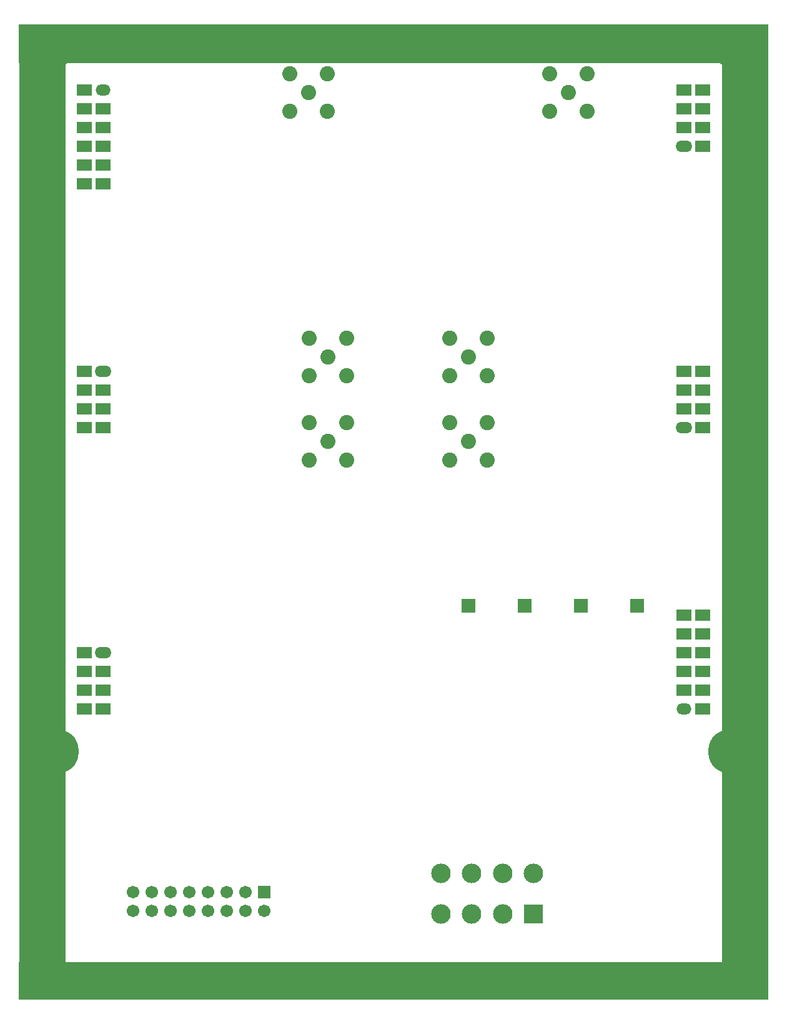
<source format=gbs>
G04 Layer_Color=16711935*
%FSLAX44Y44*%
%MOMM*%
G71*
G01*
G75*
%ADD72C,2.0516*%
%ADD73C,1.7016*%
%ADD74R,1.7016X1.7016*%
%ADD75C,6.1000*%
%ADD76C,5.1000*%
%ADD77C,2.6416*%
%ADD78R,2.6416X2.6416*%
%ADD79R,1.8796X1.8796*%
%ADD80R,2.0066X1.5240*%
%ADD81O,2.2606X1.5240*%
%ADD82O,2.0066X1.5240*%
%ADD83C,0.0000*%
%ADD84R,101.6000X5.2800*%
%ADD85R,6.3500X127.0000*%
%ADD86R,101.6000X5.0800*%
%ADD87R,6.3500X132.0800*%
D72*
X625000Y771750D02*
D03*
X574200D02*
D03*
Y720950D02*
D03*
X625000D02*
D03*
X599600Y746350D02*
D03*
X434500Y771750D02*
D03*
X383700D02*
D03*
Y720950D02*
D03*
X434500D02*
D03*
X409100Y746350D02*
D03*
X625000Y886050D02*
D03*
X574200D02*
D03*
Y835250D02*
D03*
X625000D02*
D03*
X599600Y860650D02*
D03*
X434500Y886050D02*
D03*
X383700D02*
D03*
Y835250D02*
D03*
X434500D02*
D03*
X409100Y860650D02*
D03*
X760517Y1244913D02*
D03*
X709717D02*
D03*
Y1194113D02*
D03*
X760517D02*
D03*
X735117Y1219513D02*
D03*
X408417Y1244913D02*
D03*
X357617D02*
D03*
Y1194113D02*
D03*
X408417D02*
D03*
X383017Y1219513D02*
D03*
D73*
X145000Y110700D02*
D03*
Y136100D02*
D03*
X170400Y110700D02*
D03*
Y136100D02*
D03*
X195800Y110700D02*
D03*
Y136100D02*
D03*
X221200Y110700D02*
D03*
Y136100D02*
D03*
X246600Y110700D02*
D03*
Y136100D02*
D03*
X272000Y110700D02*
D03*
Y136100D02*
D03*
X297400D02*
D03*
X322800Y110700D02*
D03*
X297400D02*
D03*
D74*
X322800Y136100D02*
D03*
D75*
X40800Y327200D02*
D03*
X955200D02*
D03*
D76*
Y1279700D02*
D03*
X40800D02*
D03*
D77*
X646000Y106710D02*
D03*
X604000D02*
D03*
X562000D02*
D03*
X688000Y161710D02*
D03*
X646000D02*
D03*
X604000D02*
D03*
X562000D02*
D03*
D78*
X688000Y106710D02*
D03*
D79*
X828200Y524100D02*
D03*
X675800D02*
D03*
X752000D02*
D03*
X599600D02*
D03*
D80*
X917100Y1146400D02*
D03*
Y1222600D02*
D03*
Y1197200D02*
D03*
X891700D02*
D03*
X917100Y1171800D02*
D03*
X891700D02*
D03*
Y1222600D02*
D03*
Y841600D02*
D03*
Y790800D02*
D03*
X917100D02*
D03*
X891700Y816200D02*
D03*
X917100D02*
D03*
Y841600D02*
D03*
Y765400D02*
D03*
X78900Y841600D02*
D03*
Y765400D02*
D03*
Y790800D02*
D03*
X104300D02*
D03*
X78900Y816200D02*
D03*
X104300D02*
D03*
Y765400D02*
D03*
Y384400D02*
D03*
Y435200D02*
D03*
X78900D02*
D03*
X104300Y409800D02*
D03*
X78900D02*
D03*
Y384400D02*
D03*
Y460600D02*
D03*
X891700Y511400D02*
D03*
X917100D02*
D03*
Y486000D02*
D03*
X891700D02*
D03*
X917100Y460600D02*
D03*
X891700D02*
D03*
X917100Y435200D02*
D03*
X891700D02*
D03*
X917100Y409800D02*
D03*
X891700D02*
D03*
X917100Y384400D02*
D03*
X78900Y1222600D02*
D03*
X104300Y1197200D02*
D03*
X78900D02*
D03*
X104300Y1171800D02*
D03*
X78900D02*
D03*
X104300Y1146400D02*
D03*
X78900D02*
D03*
X104300Y1121000D02*
D03*
X78900D02*
D03*
Y1095600D02*
D03*
X104300D02*
D03*
D81*
X891700Y1146400D02*
D03*
Y765400D02*
D03*
X104300Y841600D02*
D03*
Y460600D02*
D03*
D82*
X891700Y384400D02*
D03*
X104300Y1222600D02*
D03*
D83*
X333000Y622000D02*
D03*
Y637000D02*
D03*
X230000Y752000D02*
D03*
Y727000D02*
D03*
Y702000D02*
D03*
Y682000D02*
D03*
X205000D02*
D03*
Y702000D02*
D03*
Y727000D02*
D03*
Y752000D02*
D03*
X155000Y612000D02*
D03*
X135000Y597000D02*
D03*
Y612000D02*
D03*
Y627000D02*
D03*
Y643000D02*
D03*
Y657000D02*
D03*
Y672000D02*
D03*
Y687000D02*
D03*
Y702000D02*
D03*
X655000Y977000D02*
D03*
X935000Y1207000D02*
D03*
Y1192000D02*
D03*
Y1177000D02*
D03*
Y1162000D02*
D03*
Y1147000D02*
D03*
X870000Y1207000D02*
D03*
X855000D02*
D03*
X840000D02*
D03*
X825000D02*
D03*
X810000D02*
D03*
X790000Y1197000D02*
D03*
X780000Y1187000D02*
D03*
X610000Y1217000D02*
D03*
X640000D02*
D03*
X670000Y1212000D02*
D03*
X675000Y1202000D02*
D03*
X685000Y1192000D02*
D03*
X660000D02*
D03*
X615000Y1187000D02*
D03*
X605000Y1192000D02*
D03*
X595000Y1187000D02*
D03*
X585000Y1192000D02*
D03*
X575000Y1187000D02*
D03*
X565000Y1192000D02*
D03*
X554000Y1187000D02*
D03*
X544000Y1192000D02*
D03*
X535000Y1187000D02*
D03*
X525000Y1192000D02*
D03*
X515000Y1187000D02*
D03*
X505000Y1192000D02*
D03*
X520000Y1217000D02*
D03*
X550000D02*
D03*
X580000D02*
D03*
X485000Y1207000D02*
D03*
X480000Y1192000D02*
D03*
Y1177000D02*
D03*
X525000Y1162000D02*
D03*
X500000D02*
D03*
X485000Y1167000D02*
D03*
X395000Y1182000D02*
D03*
X370000D02*
D03*
X365000Y1167000D02*
D03*
X368000Y838000D02*
D03*
X358000Y828000D02*
D03*
X348000Y818000D02*
D03*
X308000Y863000D02*
D03*
Y878000D02*
D03*
X348000Y853000D02*
D03*
X253000Y933000D02*
D03*
X283000Y908000D02*
D03*
X208000Y898000D02*
D03*
X228000Y868000D02*
D03*
Y883000D02*
D03*
X208000D02*
D03*
Y868000D02*
D03*
Y853000D02*
D03*
X218000Y788000D02*
D03*
X233000D02*
D03*
Y768000D02*
D03*
X218000D02*
D03*
X203000D02*
D03*
X138000Y818000D02*
D03*
Y803000D02*
D03*
Y788000D02*
D03*
X565000Y1279750D02*
D03*
X533250D02*
D03*
X501500D02*
D03*
X469750D02*
D03*
X533250Y1216250D02*
D03*
X501500D02*
D03*
X469750D02*
D03*
Y1184500D02*
D03*
X565000Y1216250D02*
D03*
Y1248000D02*
D03*
X533250D02*
D03*
X501500D02*
D03*
X469750D02*
D03*
X618650Y974950D02*
D03*
Y962250D02*
D03*
X605950Y949550D02*
D03*
X593250Y943200D02*
D03*
X599600Y917800D02*
D03*
X586900D02*
D03*
X113000Y703000D02*
D03*
X108000Y728000D02*
D03*
X218000Y548000D02*
D03*
X143000Y573000D02*
D03*
X127000D02*
D03*
X108000Y588000D02*
D03*
Y633000D02*
D03*
Y678000D02*
D03*
X123000Y713000D02*
D03*
X143000Y733000D02*
D03*
X133000Y723000D02*
D03*
X98000Y718000D02*
D03*
X108000Y693000D02*
D03*
X83000D02*
D03*
Y678000D02*
D03*
Y648000D02*
D03*
X203000Y548000D02*
D03*
X286900Y514000D02*
D03*
X188000Y548000D02*
D03*
X254600Y523800D02*
D03*
X307500Y638400D02*
D03*
Y651100D02*
D03*
Y663800D02*
D03*
Y676500D02*
D03*
Y689200D02*
D03*
Y701900D02*
D03*
X294800Y816200D02*
D03*
Y803500D02*
D03*
Y790800D02*
D03*
X307500D02*
D03*
X294800Y841600D02*
D03*
Y854300D02*
D03*
Y867000D02*
D03*
Y879700D02*
D03*
Y892400D02*
D03*
Y905100D02*
D03*
Y917800D02*
D03*
Y930500D02*
D03*
Y943200D02*
D03*
Y955900D02*
D03*
Y968600D02*
D03*
X313850Y924150D02*
D03*
X326550Y936850D02*
D03*
X339250Y949550D02*
D03*
X529750Y1013050D02*
D03*
X498000D02*
D03*
X466250D02*
D03*
X498000Y981300D02*
D03*
X466250D02*
D03*
Y1076550D02*
D03*
X498000D02*
D03*
X529750D02*
D03*
Y1108300D02*
D03*
X498000D02*
D03*
X466250D02*
D03*
X491650Y1152750D02*
D03*
X542450Y1127350D02*
D03*
X555150Y1152750D02*
D03*
X542450D02*
D03*
X529750D02*
D03*
X517050D02*
D03*
X504350D02*
D03*
X478950D02*
D03*
X466250D02*
D03*
X453550D02*
D03*
Y1127350D02*
D03*
X466250D02*
D03*
X478950D02*
D03*
X491650D02*
D03*
X504350D02*
D03*
X517050D02*
D03*
X529750D02*
D03*
X555150D02*
D03*
X567850Y1114650D02*
D03*
X555150D02*
D03*
Y1101950D02*
D03*
Y1089250D02*
D03*
Y1076550D02*
D03*
Y1063850D02*
D03*
Y1019400D02*
D03*
Y1006700D02*
D03*
Y994000D02*
D03*
X561500Y1044800D02*
D03*
X548800D02*
D03*
X536100D02*
D03*
X523400D02*
D03*
X510700D02*
D03*
X498000D02*
D03*
X485300D02*
D03*
X472600D02*
D03*
X459900D02*
D03*
X529750Y886050D02*
D03*
X498000D02*
D03*
X466250D02*
D03*
X669450Y746350D02*
D03*
X644050Y720950D02*
D03*
X656750Y733650D02*
D03*
X688500Y841600D02*
D03*
X669450D02*
D03*
X656750Y854300D02*
D03*
X644050Y867000D02*
D03*
X637700Y841600D02*
D03*
X650400Y828900D02*
D03*
X663100Y816200D02*
D03*
X701200D02*
D03*
X682150D02*
D03*
Y790800D02*
D03*
X650400Y771750D02*
D03*
X637700Y759050D02*
D03*
X669450D02*
D03*
X656750Y746350D02*
D03*
X663100Y784450D02*
D03*
X555150Y917800D02*
D03*
X820578Y1181435D02*
D03*
X460618Y816637D02*
D03*
X449119Y707769D02*
D03*
X529750Y968600D02*
D03*
X517050D02*
D03*
X444350D02*
D03*
X431650D02*
D03*
Y981300D02*
D03*
Y994000D02*
D03*
Y1006700D02*
D03*
Y1019400D02*
D03*
Y1101950D02*
D03*
Y1089250D02*
D03*
Y1076550D02*
D03*
Y1063850D02*
D03*
X21750Y1216250D02*
D03*
Y1184500D02*
D03*
Y1152750D02*
D03*
Y1121000D02*
D03*
Y1089250D02*
D03*
Y1057500D02*
D03*
Y1025750D02*
D03*
Y994000D02*
D03*
Y962250D02*
D03*
Y930500D02*
D03*
X53500Y1025750D02*
D03*
Y1057500D02*
D03*
X85250Y1025750D02*
D03*
Y1057500D02*
D03*
Y962250D02*
D03*
Y994000D02*
D03*
X53500D02*
D03*
Y962250D02*
D03*
Y930500D02*
D03*
Y898750D02*
D03*
X85250Y930500D02*
D03*
X117000Y898750D02*
D03*
X85250D02*
D03*
X21750D02*
D03*
Y867000D02*
D03*
Y835250D02*
D03*
Y803500D02*
D03*
X688500Y1216250D02*
D03*
X215750Y1152750D02*
D03*
Y1184500D02*
D03*
X247500D02*
D03*
X279250D02*
D03*
X311000D02*
D03*
X342750Y1216250D02*
D03*
X311000Y1241650D02*
D03*
Y1216250D02*
D03*
X279250D02*
D03*
X247500D02*
D03*
X215750D02*
D03*
X129856Y1171129D02*
D03*
X128877Y1157429D02*
D03*
X129856Y1145686D02*
D03*
X85250Y1248000D02*
D03*
X117000D02*
D03*
X148750D02*
D03*
X180500D02*
D03*
X215750D02*
D03*
X247500D02*
D03*
X279250D02*
D03*
X247500Y1152750D02*
D03*
Y1121000D02*
D03*
X215750D02*
D03*
X210000Y1090700D02*
D03*
Y1060700D02*
D03*
Y1030700D02*
D03*
Y1000700D02*
D03*
X240000Y960700D02*
D03*
X266550Y943200D02*
D03*
X498000Y613000D02*
D03*
Y644750D02*
D03*
Y676500D02*
D03*
X529750D02*
D03*
Y644750D02*
D03*
X561500Y676500D02*
D03*
Y708250D02*
D03*
X529750D02*
D03*
X498000D02*
D03*
X466250D02*
D03*
Y676500D02*
D03*
Y644750D02*
D03*
Y613000D02*
D03*
Y581250D02*
D03*
X434500D02*
D03*
Y613000D02*
D03*
Y644750D02*
D03*
Y676500D02*
D03*
X408263Y716087D02*
D03*
X402750Y676500D02*
D03*
Y644750D02*
D03*
Y613000D02*
D03*
Y581250D02*
D03*
X173000Y548000D02*
D03*
X249200Y477300D02*
D03*
X371000Y644750D02*
D03*
Y676500D02*
D03*
Y708250D02*
D03*
X752000Y581250D02*
D03*
X688500Y549500D02*
D03*
X656750Y581250D02*
D03*
X688500D02*
D03*
X593250D02*
D03*
X625000Y549500D02*
D03*
Y581250D02*
D03*
Y613000D02*
D03*
X656750D02*
D03*
X688500D02*
D03*
X720250D02*
D03*
X752000D02*
D03*
X656750Y644750D02*
D03*
X688500D02*
D03*
X720250D02*
D03*
X752000D02*
D03*
Y676500D02*
D03*
X688500D02*
D03*
X720250D02*
D03*
Y708250D02*
D03*
X752000Y740000D02*
D03*
Y708250D02*
D03*
X783750D02*
D03*
Y740000D02*
D03*
X815500D02*
D03*
Y708250D02*
D03*
Y676500D02*
D03*
X783750D02*
D03*
Y644750D02*
D03*
X815500D02*
D03*
Y613000D02*
D03*
X783750D02*
D03*
Y581250D02*
D03*
Y498700D02*
D03*
X815500Y581250D02*
D03*
X847250D02*
D03*
Y613000D02*
D03*
Y708250D02*
D03*
Y740000D02*
D03*
X879000D02*
D03*
X910750D02*
D03*
X942500D02*
D03*
Y708250D02*
D03*
X910750D02*
D03*
X879000D02*
D03*
Y676500D02*
D03*
X847250D02*
D03*
Y644750D02*
D03*
X879000D02*
D03*
Y613000D02*
D03*
X910750D02*
D03*
Y644750D02*
D03*
Y676500D02*
D03*
X942500D02*
D03*
Y644750D02*
D03*
Y613000D02*
D03*
Y581250D02*
D03*
X910750D02*
D03*
X879000D02*
D03*
X123350Y790800D02*
D03*
Y816200D02*
D03*
X123000Y843000D02*
D03*
X138000D02*
D03*
X63000Y828000D02*
D03*
Y778000D02*
D03*
X97950Y860650D02*
D03*
X78900D02*
D03*
X47150Y854300D02*
D03*
Y835250D02*
D03*
Y816200D02*
D03*
Y797150D02*
D03*
X53500Y771750D02*
D03*
X128000Y748000D02*
D03*
X138000Y758000D02*
D03*
X128000Y763000D02*
D03*
X118000Y738000D02*
D03*
X85250Y740000D02*
D03*
X53500D02*
D03*
Y708250D02*
D03*
X88000Y708000D02*
D03*
X108000Y663000D02*
D03*
Y648000D02*
D03*
X83000Y663000D02*
D03*
X53500Y676500D02*
D03*
X108000Y618000D02*
D03*
X83000Y633000D02*
D03*
X53500Y644750D02*
D03*
Y613000D02*
D03*
X83000Y603000D02*
D03*
X108000D02*
D03*
X113000Y573000D02*
D03*
X82000Y575000D02*
D03*
X53500Y581250D02*
D03*
X98000Y548000D02*
D03*
X53500Y549500D02*
D03*
Y517750D02*
D03*
X88000Y558000D02*
D03*
X113000Y548000D02*
D03*
X143000D02*
D03*
X158000D02*
D03*
X263000Y533000D02*
D03*
X148750Y486000D02*
D03*
X128000Y548000D02*
D03*
X21750Y771750D02*
D03*
Y740000D02*
D03*
Y708250D02*
D03*
Y676500D02*
D03*
Y644750D02*
D03*
Y613000D02*
D03*
X752000Y867000D02*
D03*
X720250D02*
D03*
X656750Y898750D02*
D03*
X688500Y867000D02*
D03*
X656750D02*
D03*
X688500Y898750D02*
D03*
X720250D02*
D03*
X752000D02*
D03*
X783750D02*
D03*
X815500Y930500D02*
D03*
X783750D02*
D03*
X752000D02*
D03*
X720250D02*
D03*
X688500D02*
D03*
X631350Y949550D02*
D03*
X618650Y936850D02*
D03*
X572488Y917923D02*
D03*
X599600Y962250D02*
D03*
X644050Y955900D02*
D03*
Y968600D02*
D03*
X688500Y962250D02*
D03*
X815500D02*
D03*
X783750D02*
D03*
X752000D02*
D03*
X720250D02*
D03*
X783750Y994000D02*
D03*
X815500D02*
D03*
Y1025750D02*
D03*
X783750D02*
D03*
Y1057500D02*
D03*
X815500D02*
D03*
X974250Y1121000D02*
D03*
Y1089250D02*
D03*
Y1057500D02*
D03*
Y1025750D02*
D03*
Y994000D02*
D03*
Y962250D02*
D03*
Y930500D02*
D03*
X847250Y1057500D02*
D03*
Y1025750D02*
D03*
Y994000D02*
D03*
Y962250D02*
D03*
X879000Y994000D02*
D03*
Y1025750D02*
D03*
Y1057500D02*
D03*
Y1089250D02*
D03*
X847250D02*
D03*
X815500D02*
D03*
X783750D02*
D03*
X625000Y1248000D02*
D03*
X656750D02*
D03*
Y1216250D02*
D03*
X625000D02*
D03*
X593250D02*
D03*
Y1248000D02*
D03*
X438000Y1184500D02*
D03*
Y1216250D02*
D03*
Y1248000D02*
D03*
X783750D02*
D03*
Y1279750D02*
D03*
X752000D02*
D03*
X720250D02*
D03*
X688500D02*
D03*
X656750D02*
D03*
X625000D02*
D03*
X593250D02*
D03*
X438000D02*
D03*
X406250D02*
D03*
X374500D02*
D03*
X342750D02*
D03*
X311000D02*
D03*
X279250D02*
D03*
X247500D02*
D03*
X215750D02*
D03*
X180500D02*
D03*
X148750D02*
D03*
X117000D02*
D03*
X85250D02*
D03*
X766024Y1222744D02*
D03*
X784658Y1215784D02*
D03*
X797454D02*
D03*
X845947Y1222968D02*
D03*
X857846D02*
D03*
X853600Y1152750D02*
D03*
X840900Y1140050D02*
D03*
X866300Y1127350D02*
D03*
X853600D02*
D03*
X840900D02*
D03*
X828200D02*
D03*
X815500D02*
D03*
X802800D02*
D03*
X790100D02*
D03*
X777400D02*
D03*
X764700D02*
D03*
X752000D02*
D03*
X805536Y1180312D02*
D03*
X798230Y1172842D02*
D03*
X832970Y1181404D02*
D03*
X851318D02*
D03*
X840900Y1171800D02*
D03*
X828200Y1159100D02*
D03*
X815500Y1152750D02*
D03*
X802800D02*
D03*
X790100D02*
D03*
X777400D02*
D03*
X764700D02*
D03*
X790100D02*
D03*
Y1165450D02*
D03*
X777400D02*
D03*
Y1152750D02*
D03*
X790100Y1127350D02*
D03*
X802800D02*
D03*
X777400D02*
D03*
X764700D02*
D03*
X752000D02*
D03*
X764700Y1152750D02*
D03*
Y1165450D02*
D03*
X752000Y1152750D02*
D03*
Y1165450D02*
D03*
X732950Y1248000D02*
D03*
X707550Y1222600D02*
D03*
X669000Y1182000D02*
D03*
X650400Y1184500D02*
D03*
X637700Y1190850D02*
D03*
X625000D02*
D03*
X399900Y1127350D02*
D03*
X412600D02*
D03*
X425300D02*
D03*
X438000D02*
D03*
X574200D02*
D03*
X586900D02*
D03*
X599600D02*
D03*
X612300D02*
D03*
X399900Y1171800D02*
D03*
Y1159100D02*
D03*
X412600Y1152750D02*
D03*
X425300D02*
D03*
X438000D02*
D03*
X574200D02*
D03*
X586900D02*
D03*
X599600D02*
D03*
X612300D02*
D03*
X349100Y1171800D02*
D03*
X412600Y1216250D02*
D03*
X380850Y1248000D02*
D03*
X355450Y1216250D02*
D03*
X311000Y1152750D02*
D03*
X323700D02*
D03*
X336400D02*
D03*
X349100D02*
D03*
X361800D02*
D03*
X355450Y1127350D02*
D03*
X342750D02*
D03*
X330050D02*
D03*
X317350D02*
D03*
X304650D02*
D03*
X291950D02*
D03*
X294800Y1152750D02*
D03*
X282100Y1159100D02*
D03*
X266550Y1152750D02*
D03*
Y1140050D02*
D03*
Y1127350D02*
D03*
X707550Y1108300D02*
D03*
Y1095600D02*
D03*
Y1082900D02*
D03*
Y1070200D02*
D03*
Y1057500D02*
D03*
X758350Y1063850D02*
D03*
Y1076550D02*
D03*
Y1089250D02*
D03*
Y1101950D02*
D03*
Y1114650D02*
D03*
X745650D02*
D03*
X726600D02*
D03*
X707550Y1127350D02*
D03*
X694850D02*
D03*
X682150D02*
D03*
X669450D02*
D03*
X656750D02*
D03*
X713900Y1165450D02*
D03*
X707550Y1152750D02*
D03*
X694850D02*
D03*
X682150D02*
D03*
X669450D02*
D03*
X656750D02*
D03*
X701200Y1165450D02*
D03*
X688500D02*
D03*
X675800D02*
D03*
X663100D02*
D03*
X650400D02*
D03*
X618650D02*
D03*
X625000Y1152750D02*
D03*
X644050D02*
D03*
X625000Y1127350D02*
D03*
X644050D02*
D03*
X656750Y1076550D02*
D03*
Y1089250D02*
D03*
Y1101950D02*
D03*
Y1114650D02*
D03*
X644050D02*
D03*
X467713Y759634D02*
D03*
X479945Y767708D02*
D03*
X904400Y1114650D02*
D03*
Y1101950D02*
D03*
X929800Y1121000D02*
D03*
Y1101950D02*
D03*
Y1082900D02*
D03*
Y1063850D02*
D03*
X891700Y1241650D02*
D03*
X904400Y1127350D02*
D03*
X891700D02*
D03*
X879000D02*
D03*
X872650Y1140050D02*
D03*
Y1159100D02*
D03*
X869422Y1182383D02*
D03*
X869744Y1221846D02*
D03*
X923450Y1241650D02*
D03*
X942500Y1228950D02*
D03*
X955200Y1216250D02*
D03*
Y1197200D02*
D03*
Y1178150D02*
D03*
Y1159100D02*
D03*
Y1140050D02*
D03*
Y1121000D02*
D03*
Y1101950D02*
D03*
Y1082900D02*
D03*
Y1063850D02*
D03*
X948850Y955900D02*
D03*
X936150Y943200D02*
D03*
X923450Y930500D02*
D03*
X910750Y917800D02*
D03*
X904400Y1082900D02*
D03*
Y1063850D02*
D03*
Y1044800D02*
D03*
Y1025750D02*
D03*
Y1006700D02*
D03*
Y987650D02*
D03*
Y974950D02*
D03*
X891700Y962250D02*
D03*
X879000Y949550D02*
D03*
X866300Y936850D02*
D03*
X898050Y905100D02*
D03*
X885350Y892400D02*
D03*
X872650Y879700D02*
D03*
X859950Y867000D02*
D03*
X847250Y854300D02*
D03*
X821850Y816200D02*
D03*
X840900D02*
D03*
X859950D02*
D03*
X872650D02*
D03*
X802800Y790800D02*
D03*
X821850D02*
D03*
X840900D02*
D03*
X859950D02*
D03*
X872650D02*
D03*
Y765400D02*
D03*
X859950D02*
D03*
X840900D02*
D03*
X821850D02*
D03*
X802800D02*
D03*
X783750D02*
D03*
X764700D02*
D03*
X732950Y803500D02*
D03*
X872650Y841600D02*
D03*
X853600D02*
D03*
X879000Y917800D02*
D03*
X866300Y905100D02*
D03*
X853600Y924150D02*
D03*
X840900Y911450D02*
D03*
X828200Y898750D02*
D03*
X815500Y886050D02*
D03*
X802800Y873350D02*
D03*
X600066Y890275D02*
D03*
X556764Y850643D02*
D03*
Y868991D02*
D03*
X707550Y841600D02*
D03*
X726600D02*
D03*
X745650D02*
D03*
X739300Y816200D02*
D03*
X540862Y813701D02*
D03*
X498000Y816200D02*
D03*
X510700D02*
D03*
Y828900D02*
D03*
X517050Y841600D02*
D03*
X527651Y855780D02*
D03*
X539638Y865811D02*
D03*
X469425Y862875D02*
D03*
X483614Y851376D02*
D03*
X494379Y839878D02*
D03*
X497804Y827890D02*
D03*
X453278Y759145D02*
D03*
X475541Y815414D02*
D03*
X462330Y842325D02*
D03*
X451810Y849175D02*
D03*
X402750Y803500D02*
D03*
X409242Y829603D02*
D03*
X415450Y803500D02*
D03*
X409976Y776515D02*
D03*
X345600Y765400D02*
D03*
X764700Y803500D02*
D03*
X548800Y587600D02*
D03*
X523400Y562200D02*
D03*
X612300Y651100D02*
D03*
X688500Y727300D02*
D03*
X644050Y733650D02*
D03*
X421800Y428850D02*
D03*
X409100Y416150D02*
D03*
X383000Y423000D02*
D03*
X378000Y383000D02*
D03*
X368000Y374000D02*
D03*
X358000Y363000D02*
D03*
X348000Y353000D02*
D03*
X373000Y413000D02*
D03*
X333000Y373000D02*
D03*
X323000Y398000D02*
D03*
X288450Y378050D02*
D03*
X275750Y371700D02*
D03*
X263050D02*
D03*
X250350D02*
D03*
X237650D02*
D03*
X224950D02*
D03*
X212250D02*
D03*
X199550D02*
D03*
X186850D02*
D03*
X174150D02*
D03*
X161450D02*
D03*
X148750D02*
D03*
X136050D02*
D03*
X123350D02*
D03*
Y384400D02*
D03*
X97950Y479650D02*
D03*
X85250D02*
D03*
X66200D02*
D03*
X53500Y460600D02*
D03*
X40800D02*
D03*
Y447900D02*
D03*
Y435200D02*
D03*
Y422500D02*
D03*
Y409800D02*
D03*
Y397100D02*
D03*
Y384400D02*
D03*
Y371700D02*
D03*
X72550Y365350D02*
D03*
X85250Y352650D02*
D03*
X97950D02*
D03*
X110650D02*
D03*
X199550Y403450D02*
D03*
X237650Y466950D02*
D03*
X224950Y454250D02*
D03*
X212250Y441550D02*
D03*
X199550Y428850D02*
D03*
X186850Y416150D02*
D03*
X174150Y403450D02*
D03*
X161450Y397100D02*
D03*
X148750D02*
D03*
X136050D02*
D03*
X123350D02*
D03*
Y422500D02*
D03*
X136050D02*
D03*
X21750Y581250D02*
D03*
Y549500D02*
D03*
Y517750D02*
D03*
Y486000D02*
D03*
Y454250D02*
D03*
Y422500D02*
D03*
Y359000D02*
D03*
Y390750D02*
D03*
X545265Y842814D02*
D03*
X488997Y778472D02*
D03*
X600066Y719268D02*
D03*
X598109Y829603D02*
D03*
X551381Y732723D02*
D03*
X525204Y790215D02*
D03*
X530831Y767463D02*
D03*
X454501Y734436D02*
D03*
X468936D02*
D03*
X482147Y740796D02*
D03*
X492422Y750582D02*
D03*
X506367Y760857D02*
D03*
X518354Y750093D02*
D03*
X527161Y740062D02*
D03*
X537437Y733457D02*
D03*
X599822Y776759D02*
D03*
X739300Y746350D02*
D03*
X726600Y733650D02*
D03*
X713900Y720950D02*
D03*
X650400Y689200D02*
D03*
X599600Y606650D02*
D03*
X625000Y663800D02*
D03*
X586900Y625700D02*
D03*
Y663800D02*
D03*
X574200Y651100D02*
D03*
X561500Y638400D02*
D03*
X548800Y625700D02*
D03*
X574200Y581250D02*
D03*
X548800Y555850D02*
D03*
X536100Y543150D02*
D03*
Y613000D02*
D03*
X523400Y600300D02*
D03*
X510700Y587600D02*
D03*
X498000Y574900D02*
D03*
X485300Y562200D02*
D03*
X472600Y549500D02*
D03*
X459900D02*
D03*
X440850D02*
D03*
X421800D02*
D03*
X402750D02*
D03*
X230600Y499300D02*
D03*
X243400Y512500D02*
D03*
X212500Y524300D02*
D03*
X224950Y441550D02*
D03*
X244000Y454250D02*
D03*
X307500Y346300D02*
D03*
X123350Y352650D02*
D03*
X136050D02*
D03*
X148750D02*
D03*
X161450D02*
D03*
X212250D02*
D03*
X244000D02*
D03*
X358300Y435200D02*
D03*
X333000Y408000D02*
D03*
X332900Y854300D02*
D03*
Y873350D02*
D03*
X345600Y886050D02*
D03*
X358300Y898750D02*
D03*
X371000Y911450D02*
D03*
X383700Y917800D02*
D03*
X402750D02*
D03*
X421800D02*
D03*
X440850D02*
D03*
X459900D02*
D03*
X478950D02*
D03*
X498000D02*
D03*
X517050D02*
D03*
X536100D02*
D03*
X524862Y984259D02*
D03*
X567850Y943200D02*
D03*
X580550D02*
D03*
Y962250D02*
D03*
Y974950D02*
D03*
X599600Y981300D02*
D03*
X663100Y994000D02*
D03*
Y1006700D02*
D03*
Y1019400D02*
D03*
X605950D02*
D03*
Y1006700D02*
D03*
Y994000D02*
D03*
X542450Y981300D02*
D03*
X555150Y974950D02*
D03*
X656750Y1063850D02*
D03*
X618650Y1114650D02*
D03*
X605950Y1063850D02*
D03*
Y1076550D02*
D03*
Y1089250D02*
D03*
Y1101950D02*
D03*
Y1114650D02*
D03*
X593250D02*
D03*
X580550D02*
D03*
X444350D02*
D03*
X431650D02*
D03*
X418950D02*
D03*
X368150D02*
D03*
X393550D02*
D03*
X406250D02*
D03*
Y1101950D02*
D03*
Y1089250D02*
D03*
Y1076550D02*
D03*
Y1063850D02*
D03*
X355450D02*
D03*
Y1076550D02*
D03*
Y1089250D02*
D03*
Y1101950D02*
D03*
Y1114650D02*
D03*
X342750D02*
D03*
X330050D02*
D03*
X317350D02*
D03*
X304650Y1089250D02*
D03*
Y1063850D02*
D03*
Y1076550D02*
D03*
Y1101950D02*
D03*
Y1114650D02*
D03*
X291950D02*
D03*
X260200D02*
D03*
Y1101950D02*
D03*
Y1089250D02*
D03*
Y1076550D02*
D03*
Y1063850D02*
D03*
X412600Y1019400D02*
D03*
Y1006700D02*
D03*
Y994000D02*
D03*
Y981300D02*
D03*
Y968600D02*
D03*
X399900D02*
D03*
X387200D02*
D03*
X374500D02*
D03*
X361800D02*
D03*
Y981300D02*
D03*
Y994000D02*
D03*
Y1006700D02*
D03*
Y1019400D02*
D03*
X260200D02*
D03*
Y1006700D02*
D03*
Y994000D02*
D03*
Y981300D02*
D03*
X304650Y1019400D02*
D03*
Y1006700D02*
D03*
Y994000D02*
D03*
Y981300D02*
D03*
Y968600D02*
D03*
Y955900D02*
D03*
X383700Y943200D02*
D03*
X402750D02*
D03*
X421800D02*
D03*
X440850D02*
D03*
X459900D02*
D03*
X478950D02*
D03*
X498000D02*
D03*
X517050D02*
D03*
X536100D02*
D03*
X555150D02*
D03*
Y962250D02*
D03*
X752000Y1044800D02*
D03*
X739300D02*
D03*
X726600D02*
D03*
X713900D02*
D03*
X701200D02*
D03*
X688500D02*
D03*
X675800D02*
D03*
X663100D02*
D03*
X644050D02*
D03*
X631350D02*
D03*
X618650D02*
D03*
X605950D02*
D03*
X593250D02*
D03*
X580550D02*
D03*
X444350D02*
D03*
X431650D02*
D03*
X418950D02*
D03*
X406250D02*
D03*
X393550D02*
D03*
X380850D02*
D03*
X368150D02*
D03*
X355450D02*
D03*
X342750D02*
D03*
X330050D02*
D03*
X317350D02*
D03*
X304650D02*
D03*
X291950D02*
D03*
X279250D02*
D03*
X266550D02*
D03*
X253850D02*
D03*
X241150D02*
D03*
X228450D02*
D03*
X266550Y968600D02*
D03*
Y955900D02*
D03*
X304650Y943200D02*
D03*
X203000Y792000D02*
D03*
X268000Y928000D02*
D03*
X228000Y853000D02*
D03*
Y838000D02*
D03*
X213000Y803000D02*
D03*
X200000Y820000D02*
D03*
X332900Y841600D02*
D03*
X377350Y803500D02*
D03*
X358300Y790800D02*
D03*
Y816200D02*
D03*
X276600Y501800D02*
D03*
X204200Y512100D02*
D03*
X243000Y538000D02*
D03*
X264400Y490500D02*
D03*
X332900Y651100D02*
D03*
Y670150D02*
D03*
Y689200D02*
D03*
Y708250D02*
D03*
Y727300D02*
D03*
Y746350D02*
D03*
Y765400D02*
D03*
Y790800D02*
D03*
Y816200D02*
D03*
X223000Y813000D02*
D03*
X208000Y838000D02*
D03*
X293000Y768000D02*
D03*
X158000Y573000D02*
D03*
X173000D02*
D03*
X83000Y618000D02*
D03*
Y588000D02*
D03*
X188000Y573000D02*
D03*
X243000Y553000D02*
D03*
X219400Y535000D02*
D03*
X599600Y676500D02*
D03*
X612300Y689200D02*
D03*
X625000Y701900D02*
D03*
X682150Y765400D02*
D03*
X701200Y790800D02*
D03*
X453768Y869236D02*
D03*
X554073Y756698D02*
D03*
X489486Y790460D02*
D03*
X540617Y759634D02*
D03*
X526917Y778717D02*
D03*
X548201Y826912D02*
D03*
X406796Y889297D02*
D03*
X834550Y841600D02*
D03*
X809150Y816200D02*
D03*
X815500Y854300D02*
D03*
X790100Y860650D02*
D03*
X777400Y847950D02*
D03*
X764700Y841600D02*
D03*
X720250Y816200D02*
D03*
Y790800D02*
D03*
X796450Y803500D02*
D03*
X783750Y790800D02*
D03*
X752000Y759050D02*
D03*
X701200Y708250D02*
D03*
X688500Y695550D02*
D03*
X675800Y682850D02*
D03*
X663100Y670150D02*
D03*
X650400Y657450D02*
D03*
X637700Y644750D02*
D03*
X586900Y593950D02*
D03*
X612300Y619350D02*
D03*
X625000Y632050D02*
D03*
X637700Y676500D02*
D03*
X574200Y613000D02*
D03*
X364650Y943200D02*
D03*
X351950Y930500D02*
D03*
X339250Y917800D02*
D03*
X326550Y905100D02*
D03*
X313850Y892400D02*
D03*
X368000Y873000D02*
D03*
X358000Y863000D02*
D03*
X308000Y848000D02*
D03*
X307500Y816200D02*
D03*
Y803500D02*
D03*
Y765400D02*
D03*
Y752700D02*
D03*
Y740000D02*
D03*
Y727300D02*
D03*
Y714600D02*
D03*
X123350Y447900D02*
D03*
X193200Y498700D02*
D03*
X180500Y486000D02*
D03*
X167800Y473300D02*
D03*
X155100Y460600D02*
D03*
X142400Y447900D02*
D03*
X218600Y486000D02*
D03*
X205900Y473300D02*
D03*
X193200Y460600D02*
D03*
X180500Y447900D02*
D03*
X167800Y435200D02*
D03*
X148750Y422500D02*
D03*
X343000Y418000D02*
D03*
X313000Y388000D02*
D03*
X307500Y422500D02*
D03*
X275750D02*
D03*
X244000D02*
D03*
X212250D02*
D03*
X180500Y390750D02*
D03*
X212250D02*
D03*
X244000D02*
D03*
X275750D02*
D03*
X85250Y327250D02*
D03*
X123350D02*
D03*
X136050D02*
D03*
X148750D02*
D03*
X180500Y295500D02*
D03*
X148750D02*
D03*
X117000D02*
D03*
X85250D02*
D03*
X21750Y263750D02*
D03*
X53500D02*
D03*
X180500D02*
D03*
X148750D02*
D03*
X117000D02*
D03*
X85250D02*
D03*
Y232000D02*
D03*
X53500D02*
D03*
X21750D02*
D03*
Y200250D02*
D03*
Y168500D02*
D03*
X53500D02*
D03*
Y200250D02*
D03*
X85250D02*
D03*
Y168500D02*
D03*
X117000D02*
D03*
X148750D02*
D03*
X117000Y136750D02*
D03*
X85250D02*
D03*
X53500D02*
D03*
X21750D02*
D03*
Y105000D02*
D03*
X53500D02*
D03*
X85250D02*
D03*
X117000D02*
D03*
X529750Y200250D02*
D03*
X593250D02*
D03*
X117000D02*
D03*
Y232000D02*
D03*
X148750D02*
D03*
Y200250D02*
D03*
X244000Y232000D02*
D03*
X212250D02*
D03*
X180500D02*
D03*
Y168500D02*
D03*
Y200250D02*
D03*
X244000D02*
D03*
X212250D02*
D03*
Y168500D02*
D03*
X244000D02*
D03*
X294800D02*
D03*
X339250D02*
D03*
X294800Y200250D02*
D03*
Y232000D02*
D03*
Y263750D02*
D03*
X212250Y295500D02*
D03*
X161450Y327250D02*
D03*
X307500D02*
D03*
X402750D02*
D03*
X675800Y200250D02*
D03*
X783750D02*
D03*
X752000D02*
D03*
Y168500D02*
D03*
Y136750D02*
D03*
X371000Y168500D02*
D03*
Y200250D02*
D03*
Y232000D02*
D03*
X402750D02*
D03*
Y200250D02*
D03*
Y168500D02*
D03*
X371000Y136750D02*
D03*
X402750D02*
D03*
X466250Y105000D02*
D03*
Y136750D02*
D03*
X498000Y105000D02*
D03*
Y136750D02*
D03*
Y168500D02*
D03*
X434500Y263750D02*
D03*
X402750D02*
D03*
X434500Y295500D02*
D03*
X466250Y263750D02*
D03*
Y200250D02*
D03*
X498000D02*
D03*
X593250Y295500D02*
D03*
Y263750D02*
D03*
X498000D02*
D03*
Y295500D02*
D03*
X466250D02*
D03*
Y327250D02*
D03*
X498000D02*
D03*
X675800Y263750D02*
D03*
Y295500D02*
D03*
X752000D02*
D03*
Y263750D02*
D03*
X783750D02*
D03*
Y295500D02*
D03*
Y327250D02*
D03*
X726600Y390750D02*
D03*
X701200D02*
D03*
X656750Y422500D02*
D03*
Y390750D02*
D03*
X625000D02*
D03*
X580550D02*
D03*
Y422500D02*
D03*
X561500Y390750D02*
D03*
X529750D02*
D03*
X498000D02*
D03*
X466250D02*
D03*
X434500Y359000D02*
D03*
Y390750D02*
D03*
X402750Y359000D02*
D03*
X371000D02*
D03*
X388000Y393000D02*
D03*
X498000Y422500D02*
D03*
X466250D02*
D03*
X434500D02*
D03*
X343000Y383000D02*
D03*
X353000Y393000D02*
D03*
X363000Y403000D02*
D03*
X510700Y549500D02*
D03*
X536100Y574900D02*
D03*
X561500Y600300D02*
D03*
X599600Y638400D02*
D03*
X701200Y740000D02*
D03*
X726600Y765400D02*
D03*
X752000Y790800D02*
D03*
X777400Y816200D02*
D03*
X802800Y841600D02*
D03*
X828200Y867000D02*
D03*
X840900Y879700D02*
D03*
X853600Y892400D02*
D03*
X891700Y930500D02*
D03*
X929800Y987650D02*
D03*
X942500Y898750D02*
D03*
Y867000D02*
D03*
X974250D02*
D03*
Y898750D02*
D03*
X929800Y968600D02*
D03*
X904400Y943200D02*
D03*
X917100Y955900D02*
D03*
X955200Y1044800D02*
D03*
X929800Y1006700D02*
D03*
Y1025750D02*
D03*
Y1044800D02*
D03*
X955200Y968600D02*
D03*
Y1025750D02*
D03*
Y1006700D02*
D03*
Y987650D02*
D03*
X974250Y1152750D02*
D03*
Y1184500D02*
D03*
Y1216250D02*
D03*
X910750Y1248000D02*
D03*
X879000D02*
D03*
X847250D02*
D03*
Y1279750D02*
D03*
X879000D02*
D03*
X910750D02*
D03*
X974250Y835250D02*
D03*
Y803500D02*
D03*
Y771750D02*
D03*
Y740000D02*
D03*
Y708250D02*
D03*
Y676500D02*
D03*
Y644750D02*
D03*
Y613000D02*
D03*
Y581250D02*
D03*
Y390750D02*
D03*
Y422500D02*
D03*
Y454250D02*
D03*
Y486000D02*
D03*
Y517750D02*
D03*
Y549500D02*
D03*
X942500D02*
D03*
X910750D02*
D03*
X879000D02*
D03*
X847250Y517750D02*
D03*
Y549500D02*
D03*
X783750D02*
D03*
Y517750D02*
D03*
X828200Y435200D02*
D03*
X847250D02*
D03*
X783750Y403450D02*
D03*
X974250Y359000D02*
D03*
X879000D02*
D03*
X847250D02*
D03*
X815500D02*
D03*
Y327250D02*
D03*
X847250D02*
D03*
X815500Y295500D02*
D03*
Y263750D02*
D03*
X847250Y200250D02*
D03*
Y232000D02*
D03*
Y263750D02*
D03*
Y295500D02*
D03*
X910750D02*
D03*
Y263750D02*
D03*
X942500D02*
D03*
X974250D02*
D03*
Y200250D02*
D03*
X942500D02*
D03*
X910750Y168500D02*
D03*
X942500D02*
D03*
X974250D02*
D03*
X879000Y105000D02*
D03*
X910750D02*
D03*
X942500D02*
D03*
X974250D02*
D03*
Y136750D02*
D03*
X942500D02*
D03*
X910750D02*
D03*
X879000D02*
D03*
X815500D02*
D03*
X783750D02*
D03*
X752000Y73250D02*
D03*
X783750D02*
D03*
X815500D02*
D03*
X847250D02*
D03*
X879000D02*
D03*
X910750D02*
D03*
X942500D02*
D03*
X974250D02*
D03*
X783750Y41500D02*
D03*
X758350D02*
D03*
X720250D02*
D03*
X688500D02*
D03*
X656750D02*
D03*
X625000D02*
D03*
X593250D02*
D03*
X434500Y73250D02*
D03*
X466250D02*
D03*
X498000D02*
D03*
X561500D02*
D03*
Y41500D02*
D03*
X529750D02*
D03*
X498000D02*
D03*
X466250D02*
D03*
X434500D02*
D03*
X402750D02*
D03*
Y73250D02*
D03*
X21750Y41500D02*
D03*
Y73250D02*
D03*
X53500D02*
D03*
X85250D02*
D03*
X117000D02*
D03*
X148750D02*
D03*
X180500D02*
D03*
X212250D02*
D03*
X244000D02*
D03*
X275750D02*
D03*
X307500D02*
D03*
X339250D02*
D03*
X371000D02*
D03*
Y41500D02*
D03*
X339250D02*
D03*
X307500D02*
D03*
X275750D02*
D03*
X244000D02*
D03*
X212250D02*
D03*
X180500D02*
D03*
X148750D02*
D03*
X117000D02*
D03*
X85250D02*
D03*
X53500D02*
D03*
X663100Y701900D02*
D03*
X675800Y714600D02*
D03*
X713900Y752700D02*
D03*
D84*
X498000Y1285100D02*
D03*
D85*
X974250Y676500D02*
D03*
D86*
X498000Y16100D02*
D03*
D87*
X21750Y651100D02*
D03*
M02*

</source>
